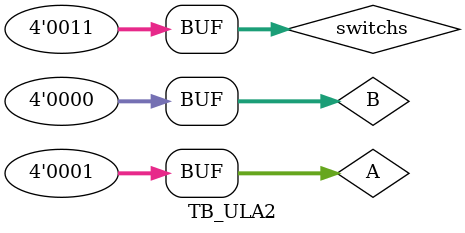
<source format=v>
module TB_ULA2 ();
	reg [3:0] switchs;
	reg [3:0] A;
  reg [3:0] B;
	wire [7:0] saida;

  ula dut(.saida(saida), .A(A), .B(B), .switchs(switchs));
  
  initial begin
    //Soma
    switchs = 4'b0000; A = 4'b0000; B = 4'b0000; #10;
    	  if (saida !== 8'b00000000) $display("Saida falhou com soma 0 + 0");
    
    switchs = 4'b0000; A = 4'b0100; B = 4'b0001; #10;
	  if (saida !== 8'b00000101) $display("Saida falhou com soma 100 + 1");
    
    switchs = 4'b0000; A = 4'b1000; B = 4'b1111; #10;
	  if (saida !== 8'b00010111) $display("Saida falhou com soma 1000 + 1111");
    
    switchs = 4'b0000; A = 4'b1111; B = 4'b1111; #10;
	  if (saida !== 8'b00011110) $display("Saida falhou com soma 1111 + 1111");

    //Subtracao
    
    switchs = 4'b0001; A = 4'b1000; B = 4'b0100; #10;
	  if (saida !== 8'b00000100) $display("Saida falhou com subtracao 1000 - 100");
	  
    switchs = 4'b0001; A = 4'b0010; B = 4'b0011; #10;
	  if (saida !== 8'b11111111) $display("Saida falhou com subtracao 10 - 11");
    
    switchs = 4'b0001; A = 4'b0001; B = 4'b0100; #10;
	  if (saida !== 8'b11111101) $display("Saida falhou com subtracao 1 - 100");
	  
    switchs = 4'b0001; A = 4'b0100; B = 4'b0100; #10;
	  if (saida !== 8'b00000000) $display("Saida falhou com subtracao 100 - 100");
	  
    //Multiplicacao
	 
    switchs = 4'b0010; A = 4'b1000; B = 4'b0000; #10;
	  if (saida !== 8'b00000000) $display("Saida falhou com multiplicacao 1000 * 0");

    switchs = 4'b0010; A = 4'b1000; B = 4'b1000; #10;
	  if (saida !== 8'b01000000) $display("Saida falhou com multiplicacao 1000 * 1000");
	  
    switchs = 4'b0010; A = 4'b1111; B = 4'b0001; #10;
	  if (saida !== 8'b00001111) $display("Saida falhou com multiplicacao 1111 * 1");
	  
    switchs = 4'b0010; A = 4'b1111; B = 4'b1111; #10;
	  if (saida !== 8'b11100001) $display("Saida falhou com multiplicacao 1111 * 1111");
	  
    //Divisao
	  
    switchs = 4'b0011; A = 4'b1000; B = 4'b0010; #10;
	  if (saida !== 8'b00000100) $display("Saida falhou com divisao 1000 / 10");
    
    switchs = 4'b0011; A = 4'b0010; B = 4'b0010; #10;
	  if (saida !== 8'b00000001) $display("Saida falhou com divisao 10 / 10");

    switchs = 4'b0011; A = 4'b1001; B = 4'b0001; #10;
	  if (saida !== 8'b00001001) $display("Saida falhou com divisao 1001 / 1");
	  
    switchs = 4'b0011; A = 4'b0001; B = 4'b0000; #10;
	  if (saida !== 8'b00000000) $display("Saida falhou com divisao 1 / 0");
	  
    
	  
  end
endmodule

</source>
